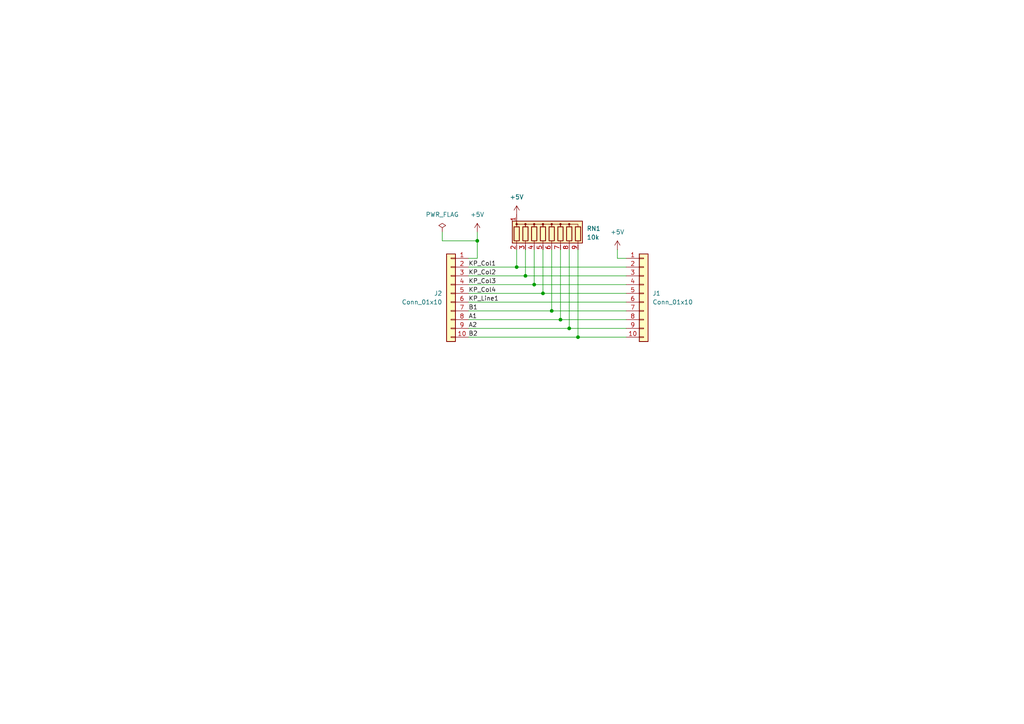
<source format=kicad_sch>
(kicad_sch
	(version 20231120)
	(generator "eeschema")
	(generator_version "8.0")
	(uuid "f0576a6b-6da2-4338-9e84-23f0ca6f6bf2")
	(paper "A4")
	(lib_symbols
		(symbol "Connector_Generic:Conn_01x10"
			(pin_names
				(offset 1.016) hide)
			(exclude_from_sim no)
			(in_bom yes)
			(on_board yes)
			(property "Reference" "J"
				(at 0 12.7 0)
				(effects
					(font
						(size 1.27 1.27)
					)
				)
			)
			(property "Value" "Conn_01x10"
				(at 0 -15.24 0)
				(effects
					(font
						(size 1.27 1.27)
					)
				)
			)
			(property "Footprint" ""
				(at 0 0 0)
				(effects
					(font
						(size 1.27 1.27)
					)
					(hide yes)
				)
			)
			(property "Datasheet" "~"
				(at 0 0 0)
				(effects
					(font
						(size 1.27 1.27)
					)
					(hide yes)
				)
			)
			(property "Description" "Generic connector, single row, 01x10, script generated (kicad-library-utils/schlib/autogen/connector/)"
				(at 0 0 0)
				(effects
					(font
						(size 1.27 1.27)
					)
					(hide yes)
				)
			)
			(property "ki_keywords" "connector"
				(at 0 0 0)
				(effects
					(font
						(size 1.27 1.27)
					)
					(hide yes)
				)
			)
			(property "ki_fp_filters" "Connector*:*_1x??_*"
				(at 0 0 0)
				(effects
					(font
						(size 1.27 1.27)
					)
					(hide yes)
				)
			)
			(symbol "Conn_01x10_1_1"
				(rectangle
					(start -1.27 -12.573)
					(end 0 -12.827)
					(stroke
						(width 0.1524)
						(type default)
					)
					(fill
						(type none)
					)
				)
				(rectangle
					(start -1.27 -10.033)
					(end 0 -10.287)
					(stroke
						(width 0.1524)
						(type default)
					)
					(fill
						(type none)
					)
				)
				(rectangle
					(start -1.27 -7.493)
					(end 0 -7.747)
					(stroke
						(width 0.1524)
						(type default)
					)
					(fill
						(type none)
					)
				)
				(rectangle
					(start -1.27 -4.953)
					(end 0 -5.207)
					(stroke
						(width 0.1524)
						(type default)
					)
					(fill
						(type none)
					)
				)
				(rectangle
					(start -1.27 -2.413)
					(end 0 -2.667)
					(stroke
						(width 0.1524)
						(type default)
					)
					(fill
						(type none)
					)
				)
				(rectangle
					(start -1.27 0.127)
					(end 0 -0.127)
					(stroke
						(width 0.1524)
						(type default)
					)
					(fill
						(type none)
					)
				)
				(rectangle
					(start -1.27 2.667)
					(end 0 2.413)
					(stroke
						(width 0.1524)
						(type default)
					)
					(fill
						(type none)
					)
				)
				(rectangle
					(start -1.27 5.207)
					(end 0 4.953)
					(stroke
						(width 0.1524)
						(type default)
					)
					(fill
						(type none)
					)
				)
				(rectangle
					(start -1.27 7.747)
					(end 0 7.493)
					(stroke
						(width 0.1524)
						(type default)
					)
					(fill
						(type none)
					)
				)
				(rectangle
					(start -1.27 10.287)
					(end 0 10.033)
					(stroke
						(width 0.1524)
						(type default)
					)
					(fill
						(type none)
					)
				)
				(rectangle
					(start -1.27 11.43)
					(end 1.27 -13.97)
					(stroke
						(width 0.254)
						(type default)
					)
					(fill
						(type background)
					)
				)
				(pin passive line
					(at -5.08 10.16 0)
					(length 3.81)
					(name "Pin_1"
						(effects
							(font
								(size 1.27 1.27)
							)
						)
					)
					(number "1"
						(effects
							(font
								(size 1.27 1.27)
							)
						)
					)
				)
				(pin passive line
					(at -5.08 -12.7 0)
					(length 3.81)
					(name "Pin_10"
						(effects
							(font
								(size 1.27 1.27)
							)
						)
					)
					(number "10"
						(effects
							(font
								(size 1.27 1.27)
							)
						)
					)
				)
				(pin passive line
					(at -5.08 7.62 0)
					(length 3.81)
					(name "Pin_2"
						(effects
							(font
								(size 1.27 1.27)
							)
						)
					)
					(number "2"
						(effects
							(font
								(size 1.27 1.27)
							)
						)
					)
				)
				(pin passive line
					(at -5.08 5.08 0)
					(length 3.81)
					(name "Pin_3"
						(effects
							(font
								(size 1.27 1.27)
							)
						)
					)
					(number "3"
						(effects
							(font
								(size 1.27 1.27)
							)
						)
					)
				)
				(pin passive line
					(at -5.08 2.54 0)
					(length 3.81)
					(name "Pin_4"
						(effects
							(font
								(size 1.27 1.27)
							)
						)
					)
					(number "4"
						(effects
							(font
								(size 1.27 1.27)
							)
						)
					)
				)
				(pin passive line
					(at -5.08 0 0)
					(length 3.81)
					(name "Pin_5"
						(effects
							(font
								(size 1.27 1.27)
							)
						)
					)
					(number "5"
						(effects
							(font
								(size 1.27 1.27)
							)
						)
					)
				)
				(pin passive line
					(at -5.08 -2.54 0)
					(length 3.81)
					(name "Pin_6"
						(effects
							(font
								(size 1.27 1.27)
							)
						)
					)
					(number "6"
						(effects
							(font
								(size 1.27 1.27)
							)
						)
					)
				)
				(pin passive line
					(at -5.08 -5.08 0)
					(length 3.81)
					(name "Pin_7"
						(effects
							(font
								(size 1.27 1.27)
							)
						)
					)
					(number "7"
						(effects
							(font
								(size 1.27 1.27)
							)
						)
					)
				)
				(pin passive line
					(at -5.08 -7.62 0)
					(length 3.81)
					(name "Pin_8"
						(effects
							(font
								(size 1.27 1.27)
							)
						)
					)
					(number "8"
						(effects
							(font
								(size 1.27 1.27)
							)
						)
					)
				)
				(pin passive line
					(at -5.08 -10.16 0)
					(length 3.81)
					(name "Pin_9"
						(effects
							(font
								(size 1.27 1.27)
							)
						)
					)
					(number "9"
						(effects
							(font
								(size 1.27 1.27)
							)
						)
					)
				)
			)
		)
		(symbol "Device:R_Network08"
			(pin_names
				(offset 0) hide)
			(exclude_from_sim no)
			(in_bom yes)
			(on_board yes)
			(property "Reference" "RN"
				(at -12.7 0 90)
				(effects
					(font
						(size 1.27 1.27)
					)
				)
			)
			(property "Value" "R_Network08"
				(at 10.16 0 90)
				(effects
					(font
						(size 1.27 1.27)
					)
				)
			)
			(property "Footprint" "Resistor_THT:R_Array_SIP9"
				(at 12.065 0 90)
				(effects
					(font
						(size 1.27 1.27)
					)
					(hide yes)
				)
			)
			(property "Datasheet" "http://www.vishay.com/docs/31509/csc.pdf"
				(at 0 0 0)
				(effects
					(font
						(size 1.27 1.27)
					)
					(hide yes)
				)
			)
			(property "Description" "8 resistor network, star topology, bussed resistors, small symbol"
				(at 0 0 0)
				(effects
					(font
						(size 1.27 1.27)
					)
					(hide yes)
				)
			)
			(property "ki_keywords" "R network star-topology"
				(at 0 0 0)
				(effects
					(font
						(size 1.27 1.27)
					)
					(hide yes)
				)
			)
			(property "ki_fp_filters" "R?Array?SIP*"
				(at 0 0 0)
				(effects
					(font
						(size 1.27 1.27)
					)
					(hide yes)
				)
			)
			(symbol "R_Network08_0_1"
				(rectangle
					(start -11.43 -3.175)
					(end 8.89 3.175)
					(stroke
						(width 0.254)
						(type default)
					)
					(fill
						(type background)
					)
				)
				(rectangle
					(start -10.922 1.524)
					(end -9.398 -2.54)
					(stroke
						(width 0.254)
						(type default)
					)
					(fill
						(type none)
					)
				)
				(circle
					(center -10.16 2.286)
					(radius 0.254)
					(stroke
						(width 0)
						(type default)
					)
					(fill
						(type outline)
					)
				)
				(rectangle
					(start -8.382 1.524)
					(end -6.858 -2.54)
					(stroke
						(width 0.254)
						(type default)
					)
					(fill
						(type none)
					)
				)
				(circle
					(center -7.62 2.286)
					(radius 0.254)
					(stroke
						(width 0)
						(type default)
					)
					(fill
						(type outline)
					)
				)
				(rectangle
					(start -5.842 1.524)
					(end -4.318 -2.54)
					(stroke
						(width 0.254)
						(type default)
					)
					(fill
						(type none)
					)
				)
				(circle
					(center -5.08 2.286)
					(radius 0.254)
					(stroke
						(width 0)
						(type default)
					)
					(fill
						(type outline)
					)
				)
				(rectangle
					(start -3.302 1.524)
					(end -1.778 -2.54)
					(stroke
						(width 0.254)
						(type default)
					)
					(fill
						(type none)
					)
				)
				(circle
					(center -2.54 2.286)
					(radius 0.254)
					(stroke
						(width 0)
						(type default)
					)
					(fill
						(type outline)
					)
				)
				(rectangle
					(start -0.762 1.524)
					(end 0.762 -2.54)
					(stroke
						(width 0.254)
						(type default)
					)
					(fill
						(type none)
					)
				)
				(polyline
					(pts
						(xy -10.16 -2.54) (xy -10.16 -3.81)
					)
					(stroke
						(width 0)
						(type default)
					)
					(fill
						(type none)
					)
				)
				(polyline
					(pts
						(xy -7.62 -2.54) (xy -7.62 -3.81)
					)
					(stroke
						(width 0)
						(type default)
					)
					(fill
						(type none)
					)
				)
				(polyline
					(pts
						(xy -5.08 -2.54) (xy -5.08 -3.81)
					)
					(stroke
						(width 0)
						(type default)
					)
					(fill
						(type none)
					)
				)
				(polyline
					(pts
						(xy -2.54 -2.54) (xy -2.54 -3.81)
					)
					(stroke
						(width 0)
						(type default)
					)
					(fill
						(type none)
					)
				)
				(polyline
					(pts
						(xy 0 -2.54) (xy 0 -3.81)
					)
					(stroke
						(width 0)
						(type default)
					)
					(fill
						(type none)
					)
				)
				(polyline
					(pts
						(xy 2.54 -2.54) (xy 2.54 -3.81)
					)
					(stroke
						(width 0)
						(type default)
					)
					(fill
						(type none)
					)
				)
				(polyline
					(pts
						(xy 5.08 -2.54) (xy 5.08 -3.81)
					)
					(stroke
						(width 0)
						(type default)
					)
					(fill
						(type none)
					)
				)
				(polyline
					(pts
						(xy 7.62 -2.54) (xy 7.62 -3.81)
					)
					(stroke
						(width 0)
						(type default)
					)
					(fill
						(type none)
					)
				)
				(polyline
					(pts
						(xy -10.16 1.524) (xy -10.16 2.286) (xy -7.62 2.286) (xy -7.62 1.524)
					)
					(stroke
						(width 0)
						(type default)
					)
					(fill
						(type none)
					)
				)
				(polyline
					(pts
						(xy -7.62 1.524) (xy -7.62 2.286) (xy -5.08 2.286) (xy -5.08 1.524)
					)
					(stroke
						(width 0)
						(type default)
					)
					(fill
						(type none)
					)
				)
				(polyline
					(pts
						(xy -5.08 1.524) (xy -5.08 2.286) (xy -2.54 2.286) (xy -2.54 1.524)
					)
					(stroke
						(width 0)
						(type default)
					)
					(fill
						(type none)
					)
				)
				(polyline
					(pts
						(xy -2.54 1.524) (xy -2.54 2.286) (xy 0 2.286) (xy 0 1.524)
					)
					(stroke
						(width 0)
						(type default)
					)
					(fill
						(type none)
					)
				)
				(polyline
					(pts
						(xy 0 1.524) (xy 0 2.286) (xy 2.54 2.286) (xy 2.54 1.524)
					)
					(stroke
						(width 0)
						(type default)
					)
					(fill
						(type none)
					)
				)
				(polyline
					(pts
						(xy 2.54 1.524) (xy 2.54 2.286) (xy 5.08 2.286) (xy 5.08 1.524)
					)
					(stroke
						(width 0)
						(type default)
					)
					(fill
						(type none)
					)
				)
				(polyline
					(pts
						(xy 5.08 1.524) (xy 5.08 2.286) (xy 7.62 2.286) (xy 7.62 1.524)
					)
					(stroke
						(width 0)
						(type default)
					)
					(fill
						(type none)
					)
				)
				(circle
					(center 0 2.286)
					(radius 0.254)
					(stroke
						(width 0)
						(type default)
					)
					(fill
						(type outline)
					)
				)
				(rectangle
					(start 1.778 1.524)
					(end 3.302 -2.54)
					(stroke
						(width 0.254)
						(type default)
					)
					(fill
						(type none)
					)
				)
				(circle
					(center 2.54 2.286)
					(radius 0.254)
					(stroke
						(width 0)
						(type default)
					)
					(fill
						(type outline)
					)
				)
				(rectangle
					(start 4.318 1.524)
					(end 5.842 -2.54)
					(stroke
						(width 0.254)
						(type default)
					)
					(fill
						(type none)
					)
				)
				(circle
					(center 5.08 2.286)
					(radius 0.254)
					(stroke
						(width 0)
						(type default)
					)
					(fill
						(type outline)
					)
				)
				(rectangle
					(start 6.858 1.524)
					(end 8.382 -2.54)
					(stroke
						(width 0.254)
						(type default)
					)
					(fill
						(type none)
					)
				)
			)
			(symbol "R_Network08_1_1"
				(pin passive line
					(at -10.16 5.08 270)
					(length 2.54)
					(name "common"
						(effects
							(font
								(size 1.27 1.27)
							)
						)
					)
					(number "1"
						(effects
							(font
								(size 1.27 1.27)
							)
						)
					)
				)
				(pin passive line
					(at -10.16 -5.08 90)
					(length 1.27)
					(name "R1"
						(effects
							(font
								(size 1.27 1.27)
							)
						)
					)
					(number "2"
						(effects
							(font
								(size 1.27 1.27)
							)
						)
					)
				)
				(pin passive line
					(at -7.62 -5.08 90)
					(length 1.27)
					(name "R2"
						(effects
							(font
								(size 1.27 1.27)
							)
						)
					)
					(number "3"
						(effects
							(font
								(size 1.27 1.27)
							)
						)
					)
				)
				(pin passive line
					(at -5.08 -5.08 90)
					(length 1.27)
					(name "R3"
						(effects
							(font
								(size 1.27 1.27)
							)
						)
					)
					(number "4"
						(effects
							(font
								(size 1.27 1.27)
							)
						)
					)
				)
				(pin passive line
					(at -2.54 -5.08 90)
					(length 1.27)
					(name "R4"
						(effects
							(font
								(size 1.27 1.27)
							)
						)
					)
					(number "5"
						(effects
							(font
								(size 1.27 1.27)
							)
						)
					)
				)
				(pin passive line
					(at 0 -5.08 90)
					(length 1.27)
					(name "R5"
						(effects
							(font
								(size 1.27 1.27)
							)
						)
					)
					(number "6"
						(effects
							(font
								(size 1.27 1.27)
							)
						)
					)
				)
				(pin passive line
					(at 2.54 -5.08 90)
					(length 1.27)
					(name "R6"
						(effects
							(font
								(size 1.27 1.27)
							)
						)
					)
					(number "7"
						(effects
							(font
								(size 1.27 1.27)
							)
						)
					)
				)
				(pin passive line
					(at 5.08 -5.08 90)
					(length 1.27)
					(name "R7"
						(effects
							(font
								(size 1.27 1.27)
							)
						)
					)
					(number "8"
						(effects
							(font
								(size 1.27 1.27)
							)
						)
					)
				)
				(pin passive line
					(at 7.62 -5.08 90)
					(length 1.27)
					(name "R8"
						(effects
							(font
								(size 1.27 1.27)
							)
						)
					)
					(number "9"
						(effects
							(font
								(size 1.27 1.27)
							)
						)
					)
				)
			)
		)
		(symbol "power:+5V"
			(power)
			(pin_numbers hide)
			(pin_names
				(offset 0) hide)
			(exclude_from_sim no)
			(in_bom yes)
			(on_board yes)
			(property "Reference" "#PWR"
				(at 0 -3.81 0)
				(effects
					(font
						(size 1.27 1.27)
					)
					(hide yes)
				)
			)
			(property "Value" "+5V"
				(at 0 3.556 0)
				(effects
					(font
						(size 1.27 1.27)
					)
				)
			)
			(property "Footprint" ""
				(at 0 0 0)
				(effects
					(font
						(size 1.27 1.27)
					)
					(hide yes)
				)
			)
			(property "Datasheet" ""
				(at 0 0 0)
				(effects
					(font
						(size 1.27 1.27)
					)
					(hide yes)
				)
			)
			(property "Description" "Power symbol creates a global label with name \"+5V\""
				(at 0 0 0)
				(effects
					(font
						(size 1.27 1.27)
					)
					(hide yes)
				)
			)
			(property "ki_keywords" "global power"
				(at 0 0 0)
				(effects
					(font
						(size 1.27 1.27)
					)
					(hide yes)
				)
			)
			(symbol "+5V_0_1"
				(polyline
					(pts
						(xy -0.762 1.27) (xy 0 2.54)
					)
					(stroke
						(width 0)
						(type default)
					)
					(fill
						(type none)
					)
				)
				(polyline
					(pts
						(xy 0 0) (xy 0 2.54)
					)
					(stroke
						(width 0)
						(type default)
					)
					(fill
						(type none)
					)
				)
				(polyline
					(pts
						(xy 0 2.54) (xy 0.762 1.27)
					)
					(stroke
						(width 0)
						(type default)
					)
					(fill
						(type none)
					)
				)
			)
			(symbol "+5V_1_1"
				(pin power_in line
					(at 0 0 90)
					(length 0)
					(name "~"
						(effects
							(font
								(size 1.27 1.27)
							)
						)
					)
					(number "1"
						(effects
							(font
								(size 1.27 1.27)
							)
						)
					)
				)
			)
		)
		(symbol "power:PWR_FLAG"
			(power)
			(pin_numbers hide)
			(pin_names
				(offset 0) hide)
			(exclude_from_sim no)
			(in_bom yes)
			(on_board yes)
			(property "Reference" "#FLG"
				(at 0 1.905 0)
				(effects
					(font
						(size 1.27 1.27)
					)
					(hide yes)
				)
			)
			(property "Value" "PWR_FLAG"
				(at 0 3.81 0)
				(effects
					(font
						(size 1.27 1.27)
					)
				)
			)
			(property "Footprint" ""
				(at 0 0 0)
				(effects
					(font
						(size 1.27 1.27)
					)
					(hide yes)
				)
			)
			(property "Datasheet" "~"
				(at 0 0 0)
				(effects
					(font
						(size 1.27 1.27)
					)
					(hide yes)
				)
			)
			(property "Description" "Special symbol for telling ERC where power comes from"
				(at 0 0 0)
				(effects
					(font
						(size 1.27 1.27)
					)
					(hide yes)
				)
			)
			(property "ki_keywords" "flag power"
				(at 0 0 0)
				(effects
					(font
						(size 1.27 1.27)
					)
					(hide yes)
				)
			)
			(symbol "PWR_FLAG_0_0"
				(pin power_out line
					(at 0 0 90)
					(length 0)
					(name "~"
						(effects
							(font
								(size 1.27 1.27)
							)
						)
					)
					(number "1"
						(effects
							(font
								(size 1.27 1.27)
							)
						)
					)
				)
			)
			(symbol "PWR_FLAG_0_1"
				(polyline
					(pts
						(xy 0 0) (xy 0 1.27) (xy -1.016 1.905) (xy 0 2.54) (xy 1.016 1.905) (xy 0 1.27)
					)
					(stroke
						(width 0)
						(type default)
					)
					(fill
						(type none)
					)
				)
			)
		)
	)
	(junction
		(at 167.64 97.79)
		(diameter 0)
		(color 0 0 0 0)
		(uuid "10d1a55c-992e-4aae-b97b-4e967ed76862")
	)
	(junction
		(at 160.02 90.17)
		(diameter 0)
		(color 0 0 0 0)
		(uuid "1ef290aa-9b32-4e41-bc97-75685f6bd926")
	)
	(junction
		(at 154.94 82.55)
		(diameter 0)
		(color 0 0 0 0)
		(uuid "4a220e0e-a408-4300-8045-ea9177e1c114")
	)
	(junction
		(at 162.56 92.71)
		(diameter 0)
		(color 0 0 0 0)
		(uuid "59a42646-3512-466f-ac7d-8aad15b2dfb5")
	)
	(junction
		(at 165.1 95.25)
		(diameter 0)
		(color 0 0 0 0)
		(uuid "81a751b5-6957-4b25-b764-09f26c8f6ee1")
	)
	(junction
		(at 152.4 80.01)
		(diameter 0)
		(color 0 0 0 0)
		(uuid "8e90ef12-6b24-46ad-a3a6-075f4514c472")
	)
	(junction
		(at 157.48 85.09)
		(diameter 0)
		(color 0 0 0 0)
		(uuid "9e6db6cc-52ad-4512-85e6-7f8800cb2a4c")
	)
	(junction
		(at 138.43 69.85)
		(diameter 0)
		(color 0 0 0 0)
		(uuid "a0b42bd9-7237-42d2-a40e-6892a63bbf7e")
	)
	(junction
		(at 149.86 77.47)
		(diameter 0)
		(color 0 0 0 0)
		(uuid "c2136332-fbec-4ca5-b704-b810d361a038")
	)
	(wire
		(pts
			(xy 135.89 85.09) (xy 157.48 85.09)
		)
		(stroke
			(width 0)
			(type default)
		)
		(uuid "06b84adf-2243-475f-9fd5-4499e75b6fdf")
	)
	(wire
		(pts
			(xy 165.1 95.25) (xy 181.61 95.25)
		)
		(stroke
			(width 0)
			(type default)
		)
		(uuid "1424cae6-e8af-4ca3-af1c-55d767782738")
	)
	(wire
		(pts
			(xy 167.64 97.79) (xy 181.61 97.79)
		)
		(stroke
			(width 0)
			(type default)
		)
		(uuid "22fc7e78-4b7b-474f-90f1-1abe9c3248c0")
	)
	(wire
		(pts
			(xy 152.4 80.01) (xy 181.61 80.01)
		)
		(stroke
			(width 0)
			(type default)
		)
		(uuid "24658019-a30f-41d7-a995-fb9b448d661e")
	)
	(wire
		(pts
			(xy 138.43 74.93) (xy 135.89 74.93)
		)
		(stroke
			(width 0)
			(type default)
		)
		(uuid "28985b9a-31fa-4297-b229-1870464561a4")
	)
	(wire
		(pts
			(xy 135.89 82.55) (xy 154.94 82.55)
		)
		(stroke
			(width 0)
			(type default)
		)
		(uuid "2b2083e0-46c4-4da4-a6e9-19a7847eafa7")
	)
	(wire
		(pts
			(xy 135.89 90.17) (xy 160.02 90.17)
		)
		(stroke
			(width 0)
			(type default)
		)
		(uuid "3f73de93-dae3-4538-982f-887ff2df5e5f")
	)
	(wire
		(pts
			(xy 165.1 72.39) (xy 165.1 95.25)
		)
		(stroke
			(width 0)
			(type default)
		)
		(uuid "4490b353-f117-45e6-82b4-69533c837ed8")
	)
	(wire
		(pts
			(xy 149.86 72.39) (xy 149.86 77.47)
		)
		(stroke
			(width 0)
			(type default)
		)
		(uuid "4717a687-ef52-4286-86f2-6ab3c2b1e1a4")
	)
	(wire
		(pts
			(xy 135.89 80.01) (xy 152.4 80.01)
		)
		(stroke
			(width 0)
			(type default)
		)
		(uuid "4e3f265c-2e37-4bfa-aaa0-bd935a103dfd")
	)
	(wire
		(pts
			(xy 154.94 82.55) (xy 181.61 82.55)
		)
		(stroke
			(width 0)
			(type default)
		)
		(uuid "54705222-7697-4bb9-b03a-a9d7a2097cd2")
	)
	(wire
		(pts
			(xy 167.64 72.39) (xy 167.64 97.79)
		)
		(stroke
			(width 0)
			(type default)
		)
		(uuid "6037f224-55c3-4dbd-9ffe-d7d8ea5bd7f2")
	)
	(wire
		(pts
			(xy 162.56 72.39) (xy 162.56 92.71)
		)
		(stroke
			(width 0)
			(type default)
		)
		(uuid "6363d335-1900-4fa6-b811-3487e5adffb4")
	)
	(wire
		(pts
			(xy 160.02 90.17) (xy 181.61 90.17)
		)
		(stroke
			(width 0)
			(type default)
		)
		(uuid "6d7e058d-6483-4dc4-9ae8-6f3a2b2fee03")
	)
	(wire
		(pts
			(xy 157.48 85.09) (xy 181.61 85.09)
		)
		(stroke
			(width 0)
			(type default)
		)
		(uuid "6fa2d267-05eb-43b5-a9ec-53c034b7a574")
	)
	(wire
		(pts
			(xy 149.86 77.47) (xy 181.61 77.47)
		)
		(stroke
			(width 0)
			(type default)
		)
		(uuid "7cb5ca8e-14fd-4f36-a695-bd2f3b988f9a")
	)
	(wire
		(pts
			(xy 135.89 77.47) (xy 149.86 77.47)
		)
		(stroke
			(width 0)
			(type default)
		)
		(uuid "7dc0dc46-0400-409f-a1fa-f2dd6b68d0a4")
	)
	(wire
		(pts
			(xy 135.89 87.63) (xy 181.61 87.63)
		)
		(stroke
			(width 0)
			(type default)
		)
		(uuid "88aa0359-0ded-435c-9288-fa8c25e2ae7a")
	)
	(wire
		(pts
			(xy 179.07 74.93) (xy 179.07 72.39)
		)
		(stroke
			(width 0)
			(type default)
		)
		(uuid "940ddc32-6cdc-4e3f-9a9c-1c313cb33570")
	)
	(wire
		(pts
			(xy 179.07 74.93) (xy 181.61 74.93)
		)
		(stroke
			(width 0)
			(type default)
		)
		(uuid "958c0f01-e13f-44b9-bd33-2b5eba50d96e")
	)
	(wire
		(pts
			(xy 154.94 72.39) (xy 154.94 82.55)
		)
		(stroke
			(width 0)
			(type default)
		)
		(uuid "b1acabca-4935-43a1-a745-410359433f8c")
	)
	(wire
		(pts
			(xy 160.02 72.39) (xy 160.02 90.17)
		)
		(stroke
			(width 0)
			(type default)
		)
		(uuid "bf415e6e-e51b-4a02-b85f-cc5b0e53396d")
	)
	(wire
		(pts
			(xy 135.89 92.71) (xy 162.56 92.71)
		)
		(stroke
			(width 0)
			(type default)
		)
		(uuid "c9707b0c-4e62-47be-b539-fff39d99011b")
	)
	(wire
		(pts
			(xy 152.4 72.39) (xy 152.4 80.01)
		)
		(stroke
			(width 0)
			(type default)
		)
		(uuid "cb052638-2d17-4515-a015-53c026ab1bd3")
	)
	(wire
		(pts
			(xy 138.43 67.31) (xy 138.43 69.85)
		)
		(stroke
			(width 0)
			(type default)
		)
		(uuid "d93038d1-44dd-47e4-ad57-5f47e1371b33")
	)
	(wire
		(pts
			(xy 135.89 97.79) (xy 167.64 97.79)
		)
		(stroke
			(width 0)
			(type default)
		)
		(uuid "db0f60cb-f1d4-4b07-9946-1a1a52f396df")
	)
	(wire
		(pts
			(xy 157.48 72.39) (xy 157.48 85.09)
		)
		(stroke
			(width 0)
			(type default)
		)
		(uuid "db9310be-0d16-4ff7-aabc-757428082c8c")
	)
	(wire
		(pts
			(xy 128.27 69.85) (xy 138.43 69.85)
		)
		(stroke
			(width 0)
			(type default)
		)
		(uuid "e1f9aff9-9e3a-4497-93cc-ac3825bfd22f")
	)
	(wire
		(pts
			(xy 162.56 92.71) (xy 181.61 92.71)
		)
		(stroke
			(width 0)
			(type default)
		)
		(uuid "f02e7207-fd4f-4167-8c8a-cd58fe80fb58")
	)
	(wire
		(pts
			(xy 128.27 67.31) (xy 128.27 69.85)
		)
		(stroke
			(width 0)
			(type default)
		)
		(uuid "f5ceaf7e-a443-44fe-9cf6-99f3ef29c5cb")
	)
	(wire
		(pts
			(xy 138.43 69.85) (xy 138.43 74.93)
		)
		(stroke
			(width 0)
			(type default)
		)
		(uuid "f700fd90-951a-42fc-89b1-01a3a18e6be0")
	)
	(wire
		(pts
			(xy 135.89 95.25) (xy 165.1 95.25)
		)
		(stroke
			(width 0)
			(type default)
		)
		(uuid "fd1d16e3-cda1-48ab-ba09-53ee24c1873c")
	)
	(label "A2"
		(at 135.89 95.25 0)
		(fields_autoplaced yes)
		(effects
			(font
				(size 1.27 1.27)
			)
			(justify left bottom)
		)
		(uuid "05cc052f-86dc-48e0-9d55-c901d3632579")
	)
	(label "KP_Col3"
		(at 135.89 82.55 0)
		(fields_autoplaced yes)
		(effects
			(font
				(size 1.27 1.27)
			)
			(justify left bottom)
		)
		(uuid "20e1cb8e-4276-40b3-ac65-ca990a6dc1fb")
	)
	(label "KP_Col4"
		(at 135.89 85.09 0)
		(fields_autoplaced yes)
		(effects
			(font
				(size 1.27 1.27)
			)
			(justify left bottom)
		)
		(uuid "3038fc8d-158f-4f6a-94b8-f892ad1f70ca")
	)
	(label "KP_Col1"
		(at 135.89 77.47 0)
		(fields_autoplaced yes)
		(effects
			(font
				(size 1.27 1.27)
			)
			(justify left bottom)
		)
		(uuid "4bb8d98e-e851-4ec2-9635-e247a9f98092")
	)
	(label "KP_Line1"
		(at 135.89 87.63 0)
		(fields_autoplaced yes)
		(effects
			(font
				(size 1.27 1.27)
			)
			(justify left bottom)
		)
		(uuid "4f7a67df-3917-47d7-b095-8771536444b3")
	)
	(label "KP_Col2"
		(at 135.89 80.01 0)
		(fields_autoplaced yes)
		(effects
			(font
				(size 1.27 1.27)
			)
			(justify left bottom)
		)
		(uuid "73a00111-7cbe-4d61-a1c9-8a2d59fe3b96")
	)
	(label "B2"
		(at 135.89 97.79 0)
		(fields_autoplaced yes)
		(effects
			(font
				(size 1.27 1.27)
			)
			(justify left bottom)
		)
		(uuid "805d6214-ce07-4931-b77d-a5b36b348654")
	)
	(label "B1"
		(at 135.89 90.17 0)
		(fields_autoplaced yes)
		(effects
			(font
				(size 1.27 1.27)
			)
			(justify left bottom)
		)
		(uuid "9010b332-40f1-4cc9-863d-66e6de5089cb")
	)
	(label "A1"
		(at 135.89 92.71 0)
		(fields_autoplaced yes)
		(effects
			(font
				(size 1.27 1.27)
			)
			(justify left bottom)
		)
		(uuid "922f6234-26bb-4ec7-9ef9-17d553c0c929")
	)
	(symbol
		(lib_id "Device:R_Network08")
		(at 160.02 67.31 0)
		(unit 1)
		(exclude_from_sim no)
		(in_bom yes)
		(on_board yes)
		(dnp no)
		(fields_autoplaced yes)
		(uuid "1e87312f-e136-49e4-b6a6-f56d7c2019da")
		(property "Reference" "RN1"
			(at 170.18 66.2939 0)
			(effects
				(font
					(size 1.27 1.27)
				)
				(justify left)
			)
		)
		(property "Value" "10k"
			(at 170.18 68.8339 0)
			(effects
				(font
					(size 1.27 1.27)
				)
				(justify left)
			)
		)
		(property "Footprint" "Resistor_THT:R_Array_SIP9"
			(at 172.085 67.31 90)
			(effects
				(font
					(size 1.27 1.27)
				)
				(hide yes)
			)
		)
		(property "Datasheet" "http://www.vishay.com/docs/31509/csc.pdf"
			(at 160.02 67.31 0)
			(effects
				(font
					(size 1.27 1.27)
				)
				(hide yes)
			)
		)
		(property "Description" "8 resistor network, star topology, bussed resistors, small symbol"
			(at 160.02 67.31 0)
			(effects
				(font
					(size 1.27 1.27)
				)
				(hide yes)
			)
		)
		(pin "5"
			(uuid "0d3c3114-8558-43df-9ec6-21d66a0e0174")
		)
		(pin "6"
			(uuid "501b64c4-4eee-4b5a-87b1-902beb3dada1")
		)
		(pin "9"
			(uuid "ca4dfb88-3e21-4657-9e89-3dc316aad62d")
		)
		(pin "3"
			(uuid "ebc1d2bc-36ea-4d2a-99ce-2a91c9e1ce09")
		)
		(pin "4"
			(uuid "33aa3158-2769-4757-a035-a64e91df6511")
		)
		(pin "7"
			(uuid "bb547c0a-d67e-4fc8-9bc9-4e673f96d4da")
		)
		(pin "8"
			(uuid "54d3df99-58bd-4cd0-8ae7-27d48a83a934")
		)
		(pin "1"
			(uuid "0deea133-0906-491a-9a9d-7c104d57538d")
		)
		(pin "2"
			(uuid "b2a89ab9-fb6c-4534-9b53-22882f532fc5")
		)
		(instances
			(project "Panel-MainControl-Adapter"
				(path "/f0576a6b-6da2-4338-9e84-23f0ca6f6bf2"
					(reference "RN1")
					(unit 1)
				)
			)
		)
	)
	(symbol
		(lib_id "power:+5V")
		(at 179.07 72.39 0)
		(unit 1)
		(exclude_from_sim no)
		(in_bom yes)
		(on_board yes)
		(dnp no)
		(fields_autoplaced yes)
		(uuid "28811da5-26ec-459e-9b51-4a73a18900ae")
		(property "Reference" "#PWR02"
			(at 179.07 76.2 0)
			(effects
				(font
					(size 1.27 1.27)
				)
				(hide yes)
			)
		)
		(property "Value" "+5V"
			(at 179.07 67.31 0)
			(effects
				(font
					(size 1.27 1.27)
				)
			)
		)
		(property "Footprint" ""
			(at 179.07 72.39 0)
			(effects
				(font
					(size 1.27 1.27)
				)
				(hide yes)
			)
		)
		(property "Datasheet" ""
			(at 179.07 72.39 0)
			(effects
				(font
					(size 1.27 1.27)
				)
				(hide yes)
			)
		)
		(property "Description" "Power symbol creates a global label with name \"+5V\""
			(at 179.07 72.39 0)
			(effects
				(font
					(size 1.27 1.27)
				)
				(hide yes)
			)
		)
		(pin "1"
			(uuid "4d5821cb-d417-465d-a8d1-95c817094507")
		)
		(instances
			(project "Panel-MainControl-Adapter"
				(path "/f0576a6b-6da2-4338-9e84-23f0ca6f6bf2"
					(reference "#PWR02")
					(unit 1)
				)
			)
		)
	)
	(symbol
		(lib_id "Connector_Generic:Conn_01x10")
		(at 130.81 85.09 0)
		(mirror y)
		(unit 1)
		(exclude_from_sim no)
		(in_bom yes)
		(on_board yes)
		(dnp no)
		(uuid "542d7cb2-4b60-4cff-ad1c-a4e4b555110a")
		(property "Reference" "J2"
			(at 128.27 85.0899 0)
			(effects
				(font
					(size 1.27 1.27)
				)
				(justify left)
			)
		)
		(property "Value" "Conn_01x10"
			(at 128.27 87.6299 0)
			(effects
				(font
					(size 1.27 1.27)
				)
				(justify left)
			)
		)
		(property "Footprint" "Connector_PinHeader_2.00mm:PinHeader_1x10_P2.00mm_Vertical"
			(at 130.81 85.09 0)
			(effects
				(font
					(size 1.27 1.27)
				)
				(hide yes)
			)
		)
		(property "Datasheet" "~"
			(at 130.81 85.09 0)
			(effects
				(font
					(size 1.27 1.27)
				)
				(hide yes)
			)
		)
		(property "Description" "Generic connector, single row, 01x10, script generated (kicad-library-utils/schlib/autogen/connector/)"
			(at 130.81 85.09 0)
			(effects
				(font
					(size 1.27 1.27)
				)
				(hide yes)
			)
		)
		(pin "10"
			(uuid "9b05577d-5c81-4af4-bdc4-4942d0644f52")
		)
		(pin "6"
			(uuid "91edc875-cd84-4c42-b8bd-49b22511b878")
		)
		(pin "7"
			(uuid "6fa6d90d-d7c7-4453-a849-1f65f84fe4bb")
		)
		(pin "4"
			(uuid "3c6414c8-039d-4452-a9bd-754cc6874dc4")
		)
		(pin "5"
			(uuid "fc8aa7d7-c2d1-4556-a35e-f07435bd1e61")
		)
		(pin "1"
			(uuid "c939dc64-3645-4035-9e8e-ddde88e49608")
		)
		(pin "3"
			(uuid "38a1eb1b-8622-4e16-9d10-25fe3a8339c4")
		)
		(pin "9"
			(uuid "a50df1e8-7f00-47dc-9162-deff0cefe35a")
		)
		(pin "8"
			(uuid "22428a15-d911-4388-aa2f-96508b073317")
		)
		(pin "2"
			(uuid "060ecc3a-55ed-4435-aeb2-81d9d3946a8b")
		)
		(instances
			(project "Panel-MainControl-Adapter"
				(path "/f0576a6b-6da2-4338-9e84-23f0ca6f6bf2"
					(reference "J2")
					(unit 1)
				)
			)
		)
	)
	(symbol
		(lib_id "power:+5V")
		(at 138.43 67.31 0)
		(unit 1)
		(exclude_from_sim no)
		(in_bom yes)
		(on_board yes)
		(dnp no)
		(fields_autoplaced yes)
		(uuid "81bd8af9-0d8e-4787-ae86-19ce59977398")
		(property "Reference" "#PWR03"
			(at 138.43 71.12 0)
			(effects
				(font
					(size 1.27 1.27)
				)
				(hide yes)
			)
		)
		(property "Value" "+5V"
			(at 138.43 62.23 0)
			(effects
				(font
					(size 1.27 1.27)
				)
			)
		)
		(property "Footprint" ""
			(at 138.43 67.31 0)
			(effects
				(font
					(size 1.27 1.27)
				)
				(hide yes)
			)
		)
		(property "Datasheet" ""
			(at 138.43 67.31 0)
			(effects
				(font
					(size 1.27 1.27)
				)
				(hide yes)
			)
		)
		(property "Description" "Power symbol creates a global label with name \"+5V\""
			(at 138.43 67.31 0)
			(effects
				(font
					(size 1.27 1.27)
				)
				(hide yes)
			)
		)
		(pin "1"
			(uuid "15cf5271-35f5-4464-8251-b745a293cc5a")
		)
		(instances
			(project "Panel-MainControl-Adapter"
				(path "/f0576a6b-6da2-4338-9e84-23f0ca6f6bf2"
					(reference "#PWR03")
					(unit 1)
				)
			)
		)
	)
	(symbol
		(lib_id "Connector_Generic:Conn_01x10")
		(at 186.69 85.09 0)
		(unit 1)
		(exclude_from_sim no)
		(in_bom yes)
		(on_board yes)
		(dnp no)
		(fields_autoplaced yes)
		(uuid "bad8b95a-78e3-4614-ba8f-4767d98d7d9b")
		(property "Reference" "J1"
			(at 189.23 85.0899 0)
			(effects
				(font
					(size 1.27 1.27)
				)
				(justify left)
			)
		)
		(property "Value" "Conn_01x10"
			(at 189.23 87.6299 0)
			(effects
				(font
					(size 1.27 1.27)
				)
				(justify left)
			)
		)
		(property "Footprint" "Connector_PinHeader_2.00mm:PinHeader_1x10_P2.00mm_Vertical"
			(at 186.69 85.09 0)
			(effects
				(font
					(size 1.27 1.27)
				)
				(hide yes)
			)
		)
		(property "Datasheet" "~"
			(at 186.69 85.09 0)
			(effects
				(font
					(size 1.27 1.27)
				)
				(hide yes)
			)
		)
		(property "Description" "Generic connector, single row, 01x10, script generated (kicad-library-utils/schlib/autogen/connector/)"
			(at 186.69 85.09 0)
			(effects
				(font
					(size 1.27 1.27)
				)
				(hide yes)
			)
		)
		(pin "10"
			(uuid "99ab1cf1-5337-4b31-9771-5246b0585b3f")
		)
		(pin "6"
			(uuid "d3bcdc40-cd93-457c-b5c4-1c34fb24160b")
		)
		(pin "7"
			(uuid "bce1fc49-162e-4fc5-aba1-7693e5322e3b")
		)
		(pin "4"
			(uuid "98acbadd-9f1f-4e8b-9967-e6cbf6eba52f")
		)
		(pin "5"
			(uuid "a6fe3515-1044-4dd1-9789-6b006034b493")
		)
		(pin "1"
			(uuid "ae0e74f7-0a2a-4925-8bfc-7f905374e933")
		)
		(pin "3"
			(uuid "1490e050-7b61-483f-b527-2d4d3eb352dd")
		)
		(pin "9"
			(uuid "17b64c0c-6a6f-4b0a-ac8f-7105b18b5380")
		)
		(pin "8"
			(uuid "6d1faa48-7a3d-446c-9ffc-42489a6e055e")
		)
		(pin "2"
			(uuid "3d0dc385-6282-4600-acc9-7e0654df6620")
		)
		(instances
			(project "Panel-MainControl-Adapter"
				(path "/f0576a6b-6da2-4338-9e84-23f0ca6f6bf2"
					(reference "J1")
					(unit 1)
				)
			)
		)
	)
	(symbol
		(lib_id "power:PWR_FLAG")
		(at 128.27 67.31 0)
		(unit 1)
		(exclude_from_sim no)
		(in_bom yes)
		(on_board yes)
		(dnp no)
		(fields_autoplaced yes)
		(uuid "c76330b6-2cbc-47e5-8c5d-d790e6cc4bc9")
		(property "Reference" "#FLG01"
			(at 128.27 65.405 0)
			(effects
				(font
					(size 1.27 1.27)
				)
				(hide yes)
			)
		)
		(property "Value" "PWR_FLAG"
			(at 128.27 62.23 0)
			(effects
				(font
					(size 1.27 1.27)
				)
			)
		)
		(property "Footprint" ""
			(at 128.27 67.31 0)
			(effects
				(font
					(size 1.27 1.27)
				)
				(hide yes)
			)
		)
		(property "Datasheet" "~"
			(at 128.27 67.31 0)
			(effects
				(font
					(size 1.27 1.27)
				)
				(hide yes)
			)
		)
		(property "Description" "Special symbol for telling ERC where power comes from"
			(at 128.27 67.31 0)
			(effects
				(font
					(size 1.27 1.27)
				)
				(hide yes)
			)
		)
		(pin "1"
			(uuid "d9107052-f07c-4a4a-9717-940ac9ff9da6")
		)
		(instances
			(project "Panel-MainControl-Adapter"
				(path "/f0576a6b-6da2-4338-9e84-23f0ca6f6bf2"
					(reference "#FLG01")
					(unit 1)
				)
			)
		)
	)
	(symbol
		(lib_id "power:+5V")
		(at 149.86 62.23 0)
		(unit 1)
		(exclude_from_sim no)
		(in_bom yes)
		(on_board yes)
		(dnp no)
		(fields_autoplaced yes)
		(uuid "e3916c7d-cd2c-4000-a531-81e2fabeedaf")
		(property "Reference" "#PWR01"
			(at 149.86 66.04 0)
			(effects
				(font
					(size 1.27 1.27)
				)
				(hide yes)
			)
		)
		(property "Value" "+5V"
			(at 149.86 57.15 0)
			(effects
				(font
					(size 1.27 1.27)
				)
			)
		)
		(property "Footprint" ""
			(at 149.86 62.23 0)
			(effects
				(font
					(size 1.27 1.27)
				)
				(hide yes)
			)
		)
		(property "Datasheet" ""
			(at 149.86 62.23 0)
			(effects
				(font
					(size 1.27 1.27)
				)
				(hide yes)
			)
		)
		(property "Description" "Power symbol creates a global label with name \"+5V\""
			(at 149.86 62.23 0)
			(effects
				(font
					(size 1.27 1.27)
				)
				(hide yes)
			)
		)
		(pin "1"
			(uuid "bb602cd1-9fb4-48ab-add2-552ac235d55b")
		)
		(instances
			(project "Panel-MainControl-Adapter"
				(path "/f0576a6b-6da2-4338-9e84-23f0ca6f6bf2"
					(reference "#PWR01")
					(unit 1)
				)
			)
		)
	)
	(sheet_instances
		(path "/"
			(page "1")
		)
	)
)

</source>
